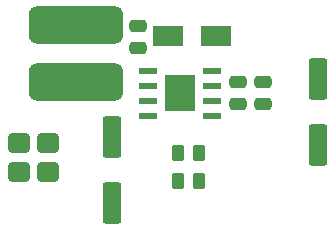
<source format=gtp>
%TF.GenerationSoftware,KiCad,Pcbnew,(6.0.8)*%
%TF.CreationDate,2022-12-16T18:18:29+01:00*%
%TF.ProjectId,Single-DCDC-Converter-Rev3,53696e67-6c65-42d4-9443-44432d436f6e,rev?*%
%TF.SameCoordinates,Original*%
%TF.FileFunction,Paste,Top*%
%TF.FilePolarity,Positive*%
%FSLAX46Y46*%
G04 Gerber Fmt 4.6, Leading zero omitted, Abs format (unit mm)*
G04 Created by KiCad (PCBNEW (6.0.8)) date 2022-12-16 18:18:29*
%MOMM*%
%LPD*%
G01*
G04 APERTURE LIST*
G04 Aperture macros list*
%AMRoundRect*
0 Rectangle with rounded corners*
0 $1 Rounding radius*
0 $2 $3 $4 $5 $6 $7 $8 $9 X,Y pos of 4 corners*
0 Add a 4 corners polygon primitive as box body*
4,1,4,$2,$3,$4,$5,$6,$7,$8,$9,$2,$3,0*
0 Add four circle primitives for the rounded corners*
1,1,$1+$1,$2,$3*
1,1,$1+$1,$4,$5*
1,1,$1+$1,$6,$7*
1,1,$1+$1,$8,$9*
0 Add four rect primitives between the rounded corners*
20,1,$1+$1,$2,$3,$4,$5,0*
20,1,$1+$1,$4,$5,$6,$7,0*
20,1,$1+$1,$6,$7,$8,$9,0*
20,1,$1+$1,$8,$9,$2,$3,0*%
G04 Aperture macros list end*
%ADD10RoundRect,0.825000X3.175000X0.825000X-3.175000X0.825000X-3.175000X-0.825000X3.175000X-0.825000X0*%
%ADD11RoundRect,0.320754X-0.579246X0.529246X-0.579246X-0.529246X0.579246X-0.529246X0.579246X0.529246X0*%
%ADD12RoundRect,0.250000X-0.475000X0.250000X-0.475000X-0.250000X0.475000X-0.250000X0.475000X0.250000X0*%
%ADD13RoundRect,0.250000X-0.262500X-0.450000X0.262500X-0.450000X0.262500X0.450000X-0.262500X0.450000X0*%
%ADD14RoundRect,0.250000X-0.550000X1.500000X-0.550000X-1.500000X0.550000X-1.500000X0.550000X1.500000X0*%
%ADD15RoundRect,0.250000X0.262500X0.450000X-0.262500X0.450000X-0.262500X-0.450000X0.262500X-0.450000X0*%
%ADD16R,2.500000X1.800000*%
%ADD17R,2.600000X3.100000*%
%ADD18R,1.550000X0.600000*%
G04 APERTURE END LIST*
D10*
X91440000Y-85615000D03*
X91440000Y-80715000D03*
D11*
X89090000Y-90705000D03*
X89090000Y-93205000D03*
D12*
X96670000Y-80800000D03*
X96670000Y-82700000D03*
D13*
X100047500Y-91635000D03*
X101872500Y-91635000D03*
D11*
X86590000Y-90705000D03*
X86590000Y-93205000D03*
D14*
X94460000Y-90215000D03*
X94460000Y-95815000D03*
D12*
X105160000Y-85565000D03*
X105160000Y-87465000D03*
X107260000Y-85565000D03*
X107260000Y-87465000D03*
D15*
X101872500Y-93935000D03*
X100047500Y-93935000D03*
D14*
X111960000Y-85315000D03*
X111960000Y-90915000D03*
D16*
X103260000Y-81715000D03*
X99260000Y-81715000D03*
D17*
X100260000Y-86515000D03*
D18*
X97560000Y-84610000D03*
X97560000Y-85880000D03*
X97560000Y-87150000D03*
X97560000Y-88420000D03*
X102960000Y-88420000D03*
X102960000Y-87150000D03*
X102960000Y-85880000D03*
X102960000Y-84610000D03*
M02*

</source>
